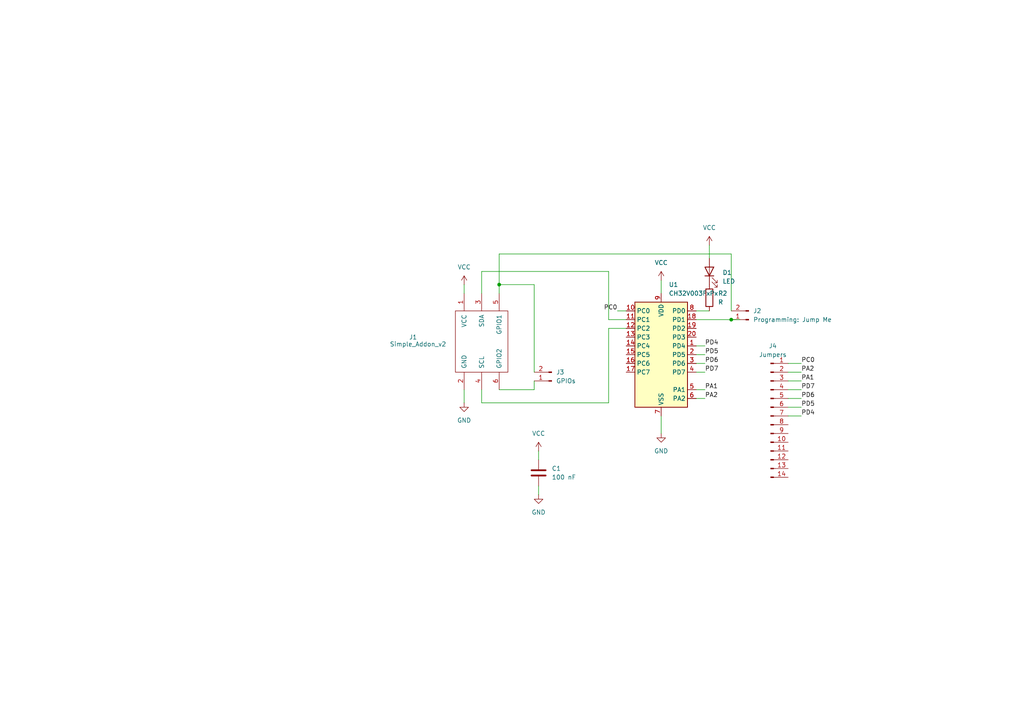
<source format=kicad_sch>
(kicad_sch (version 20231120) (generator "eeschema") (generator_version "8.0")
  (paper "A4")
  (lib_symbols
    (symbol "Connector:Conn_01x02_Pin" (pin_names (offset 1.016) hide)
      (property "Reference" "J" (at 0 2.54 0))
      (property "Value" "Conn_01x02_Pin" (at 0 -5.08 0))
      (symbol "Conn_01x02_Pin_1_1"
        (polyline (pts (xy 1.27 -2.54) (xy 0.8636 -2.54)) (stroke (width 0.1524)))
        (polyline (pts (xy 1.27 0) (xy 0.8636 0)) (stroke (width 0.1524)))
        (rectangle (start 0.8636 -2.413) (end 0 -2.667) (stroke (width 0.1524)) (fill (type outline)))
        (rectangle (start 0.8636 0.127) (end 0 -0.127) (stroke (width 0.1524)) (fill (type outline)))
        (pin passive line (at 5.08 0 180) (length 3.81) (name "Pin_1") (number "1"))
        (pin passive line (at 5.08 -2.54 180) (length 3.81) (name "Pin_2") (number "2"))
      )
    )
    (symbol "Connector:Conn_01x14_Pin" (pin_names (offset 1.016) hide)
      (property "Reference" "J" (at 0 17.78 0))
      (property "Value" "Conn_01x14_Pin" (at 0 -20.32 0))
      (symbol "Conn_01x14_Pin_1_1"
        (polyline (pts (xy 1.27 -17.78) (xy 0.8636 -17.78)) (stroke (width 0.1524)))
        (polyline (pts (xy 1.27 -15.24) (xy 0.8636 -15.24)) (stroke (width 0.1524)))
        (polyline (pts (xy 1.27 -12.7) (xy 0.8636 -12.7)) (stroke (width 0.1524)))
        (polyline (pts (xy 1.27 -10.16) (xy 0.8636 -10.16)) (stroke (width 0.1524)))
        (polyline (pts (xy 1.27 -7.62) (xy 0.8636 -7.62)) (stroke (width 0.1524)))
        (polyline (pts (xy 1.27 -5.08) (xy 0.8636 -5.08)) (stroke (width 0.1524)))
        (polyline (pts (xy 1.27 -2.54) (xy 0.8636 -2.54)) (stroke (width 0.1524)))
        (polyline (pts (xy 1.27 0) (xy 0.8636 0)) (stroke (width 0.1524)))
        (polyline (pts (xy 1.27 2.54) (xy 0.8636 2.54)) (stroke (width 0.1524)))
        (polyline (pts (xy 1.27 5.08) (xy 0.8636 5.08)) (stroke (width 0.1524)))
        (polyline (pts (xy 1.27 7.62) (xy 0.8636 7.62)) (stroke (width 0.1524)))
        (polyline (pts (xy 1.27 10.16) (xy 0.8636 10.16)) (stroke (width 0.1524)))
        (polyline (pts (xy 1.27 12.7) (xy 0.8636 12.7)) (stroke (width 0.1524)))
        (polyline (pts (xy 1.27 15.24) (xy 0.8636 15.24)) (stroke (width 0.1524)))
        (rectangle (start 0.8636 -17.653) (end 0 -17.907) (stroke (width 0.1524)) (fill (type outline)))
        (rectangle (start 0.8636 -15.113) (end 0 -15.367) (stroke (width 0.1524)) (fill (type outline)))
        (rectangle (start 0.8636 -12.573) (end 0 -12.827) (stroke (width 0.1524)) (fill (type outline)))
        (rectangle (start 0.8636 -10.033) (end 0 -10.287) (stroke (width 0.1524)) (fill (type outline)))
        (rectangle (start 0.8636 -7.493) (end 0 -7.747) (stroke (width 0.1524)) (fill (type outline)))
        (rectangle (start 0.8636 -4.953) (end 0 -5.207) (stroke (width 0.1524)) (fill (type outline)))
        (rectangle (start 0.8636 -2.413) (end 0 -2.667) (stroke (width 0.1524)) (fill (type outline)))
        (rectangle (start 0.8636 0.127) (end 0 -0.127) (stroke (width 0.1524)) (fill (type outline)))
        (rectangle (start 0.8636 2.667) (end 0 2.413) (stroke (width 0.1524)) (fill (type outline)))
        (rectangle (start 0.8636 5.207) (end 0 4.953) (stroke (width 0.1524)) (fill (type outline)))
        (rectangle (start 0.8636 7.747) (end 0 7.493) (stroke (width 0.1524)) (fill (type outline)))
        (rectangle (start 0.8636 10.287) (end 0 10.033) (stroke (width 0.1524)) (fill (type outline)))
        (rectangle (start 0.8636 12.827) (end 0 12.573) (stroke (width 0.1524)) (fill (type outline)))
        (rectangle (start 0.8636 15.367) (end 0 15.113) (stroke (width 0.1524)) (fill (type outline)))
        (pin passive line (at 5.08 15.24 180) (length 3.81) (name "Pin_1") (number "1"))
        (pin passive line (at 5.08 -7.62 180) (length 3.81) (name "Pin_10") (number "10"))
        (pin passive line (at 5.08 -10.16 180) (length 3.81) (name "Pin_11") (number "11"))
        (pin passive line (at 5.08 -12.7 180) (length 3.81) (name "Pin_12") (number "12"))
        (pin passive line (at 5.08 -15.24 180) (length 3.81) (name "Pin_13") (number "13"))
        (pin passive line (at 5.08 -17.78 180) (length 3.81) (name "Pin_14") (number "14"))
        (pin passive line (at 5.08 12.7 180) (length 3.81) (name "Pin_2") (number "2"))
        (pin passive line (at 5.08 10.16 180) (length 3.81) (name "Pin_3") (number "3"))
        (pin passive line (at 5.08 7.62 180) (length 3.81) (name "Pin_4") (number "4"))
        (pin passive line (at 5.08 5.08 180) (length 3.81) (name "Pin_5") (number "5"))
        (pin passive line (at 5.08 2.54 180) (length 3.81) (name "Pin_6") (number "6"))
        (pin passive line (at 5.08 0 180) (length 3.81) (name "Pin_7") (number "7"))
        (pin passive line (at 5.08 -2.54 180) (length 3.81) (name "Pin_8") (number "8"))
        (pin passive line (at 5.08 -5.08 180) (length 3.81) (name "Pin_9") (number "9"))
      )
    )
    (symbol "Device:C" (pin_numbers hide) (pin_names (offset 0.254))
      (property "Reference" "C" (at 0.635 2.54 0))
      (property "Value" "C" (at 0.635 -2.54 0))
      (symbol "C_0_1"
        (polyline (pts (xy -2.032 -0.762) (xy 2.032 -0.762)) (stroke (width 0.508)))
        (polyline (pts (xy -2.032 0.762) (xy 2.032 0.762)) (stroke (width 0.508)))
      )
      (symbol "C_1_1"
        (pin passive line (at 0 3.81 270) (length 2.794) (name "~") (number "1"))
        (pin passive line (at 0 -3.81 90) (length 2.794) (name "~") (number "2"))
      )
    )
    (symbol "Device:LED" (pin_numbers hide) (pin_names (offset 1.016) hide)
      (property "Reference" "D" (at 0 2.54 0))
      (property "Value" "LED" (at 0 -2.54 0))
      (symbol "LED_0_1"
        (polyline (pts (xy -1.27 -1.27) (xy -1.27 1.27)) (stroke (width 0.254)))
        (polyline (pts (xy -1.27 0) (xy 1.27 0)))
        (polyline (pts (xy 1.27 -1.27) (xy 1.27 1.27) (xy -1.27 0) (xy 1.27 -1.27)) (stroke (width 0.254)))
        (polyline (pts (xy -3.048 -0.762) (xy -4.572 -2.286) (xy -3.81 -2.286) (xy -4.572 -2.286) (xy -4.572 -1.524)))
        (polyline (pts (xy -1.778 -0.762) (xy -3.302 -2.286) (xy -2.54 -2.286) (xy -3.302 -2.286) (xy -3.302 -1.524)))
      )
      (symbol "LED_1_1"
        (pin passive line (at -3.81 0 0) (length 2.54) (name "K") (number "1"))
        (pin passive line (at 3.81 0 180) (length 2.54) (name "A") (number "2"))
      )
    )
    (symbol "Device:R" (pin_numbers hide) (pin_names (offset 0))
      (property "Reference" "R" (at 2.032 0 90))
      (property "Value" "R" (at 0 0 90))
      (symbol "R_0_1"
        (rectangle (start -1.016 -2.54) (end 1.016 2.54) (stroke (width 0.254)))
      )
      (symbol "R_1_1"
        (pin passive line (at 0 3.81 270) (length 1.27) (name "~") (number "1"))
        (pin passive line (at 0 -3.81 90) (length 1.27) (name "~") (number "2"))
      )
    )
    (symbol "MCU_WCH_CH32V0:CH32V003FxPx"
      (property "Reference" "U" (at -7.62 17.78 0))
      (property "Value" "CH32V003FxPx" (at 7.62 17.78 0))
      (symbol "CH32V003FxPx_1_1"
        (rectangle (start -7.62 15.24) (end 7.62 -15.24) (stroke (width 0.254)) (fill (type background)))
        (pin bidirectional line (at 10.16 2.54 180) (length 2.54) (name "PD4") (number "1"))
        (pin bidirectional line (at -10.16 12.7 0) (length 2.54) (name "PC0") (number "10"))
        (pin bidirectional line (at -10.16 10.16 0) (length 2.54) (name "PC1") (number "11"))
        (pin bidirectional line (at -10.16 7.62 0) (length 2.54) (name "PC2") (number "12"))
        (pin bidirectional line (at -10.16 5.08 0) (length 2.54) (name "PC3") (number "13"))
        (pin bidirectional line (at -10.16 2.54 0) (length 2.54) (name "PC4") (number "14"))
        (pin bidirectional line (at -10.16 0 0) (length 2.54) (name "PC5") (number "15"))
        (pin bidirectional line (at -10.16 -2.54 0) (length 2.54) (name "PC6") (number "16"))
        (pin bidirectional line (at -10.16 -5.08 0) (length 2.54) (name "PC7") (number "17"))
        (pin bidirectional line (at 10.16 10.16 180) (length 2.54) (name "PD1") (number "18"))
        (pin bidirectional line (at 10.16 7.62 180) (length 2.54) (name "PD2") (number "19"))
        (pin bidirectional line (at 10.16 0 180) (length 2.54) (name "PD5") (number "2"))
        (pin bidirectional line (at 10.16 5.08 180) (length 2.54) (name "PD3") (number "20"))
        (pin bidirectional line (at 10.16 -2.54 180) (length 2.54) (name "PD6") (number "3"))
        (pin bidirectional line (at 10.16 -5.08 180) (length 2.54) (name "PD7") (number "4"))
        (pin bidirectional line (at 10.16 -10.16 180) (length 2.54) (name "PA1") (number "5"))
        (pin bidirectional line (at 10.16 -12.7 180) (length 2.54) (name "PA2") (number "6"))
        (pin power_in line (at 0 -17.78 90) (length 2.54) (name "VSS") (number "7"))
        (pin bidirectional line (at 10.16 12.7 180) (length 2.54) (name "PD0") (number "8"))
        (pin power_in line (at 0 17.78 270) (length 2.54) (name "VDD") (number "9"))
      )
    )
    (symbol "power:GND" (power) (pin_numbers hide) (pin_names (offset 0) hide)
      (property "Value" "GND" (at 0 -3.81 0))
      (symbol "GND_0_1"
        (polyline (pts (xy 0 0) (xy 0 -1.27) (xy 1.27 -1.27) (xy 0 -2.54) (xy -1.27 -1.27) (xy 0 -1.27)))
      )
      (symbol "GND_1_1"
        (pin power_in line (at 0 0 270) (length 0) (name "~") (number "1"))
      )
    )
    (symbol "power:VCC" (power) (pin_numbers hide) (pin_names (offset 0) hide)
      (property "Value" "VCC" (at 0 3.556 0))
      (symbol "VCC_0_1"
        (polyline (pts (xy -0.762 1.27) (xy 0 2.54)))
        (polyline (pts (xy 0 0) (xy 0 2.54)))
        (polyline (pts (xy 0 2.54) (xy 0.762 1.27)))
      )
      (symbol "VCC_1_1"
        (pin power_in line (at 0 0 90) (length 0) (name "~") (number "1"))
      )
    )
    (symbol "todbot_stuff:Simple_Addon_v2" (pin_names (offset 1.016))
      (property "Reference" "X" (at 0 0 0))
      (property "Value" "Simple_Addon_v2" (at 0 20.32 0))
      (symbol "Simple_Addon_v2_0_1"
        (rectangle (start -7.62 8.89) (end 7.62 -8.89))
      )
      (symbol "Simple_Addon_v2_1_1"
        (pin input line (at -5.08 13.97 270) (length 5.08) (name "VCC") (number "1"))
        (pin input line (at -5.08 -13.97 90) (length 5.08) (name "GND") (number "2"))
        (pin input line (at 0 13.97 270) (length 5.08) (name "SDA") (number "3"))
        (pin input line (at 0 -13.97 90) (length 5.08) (name "SCL") (number "4"))
        (pin input line (at 5.08 13.97 270) (length 5.08) (name "GPIO1") (number "5"))
        (pin input line (at 5.08 -13.97 90) (length 5.08) (name "GPIO2") (number "6"))
      )
    )
  )
  (junction (at 144.78 82.55))
  (junction (at 212.09 92.71))
  (wire (pts (xy 179.07 90.17) (xy 181.61 90.17)))
  (wire (pts (xy 228.6 115.57) (xy 232.41 115.57)))
  (wire (pts (xy 144.78 82.55) (xy 144.78 85.09)))
  (wire (pts (xy 139.7 85.09) (xy 139.7 78.74)))
  (wire (pts (xy 201.93 113.03) (xy 204.47 113.03)))
  (wire (pts (xy 201.93 100.33) (xy 204.47 100.33)))
  (wire (pts (xy 212.09 73.66) (xy 144.78 73.66)))
  (wire (pts (xy 139.7 78.74) (xy 176.53 78.74)))
  (wire (pts (xy 156.21 130.81) (xy 156.21 133.35)))
  (wire (pts (xy 201.93 115.57) (xy 204.47 115.57)))
  (wire (pts (xy 176.53 78.74) (xy 176.53 92.71)))
  (wire (pts (xy 201.93 107.95) (xy 204.47 107.95)))
  (wire (pts (xy 191.77 81.28) (xy 191.77 85.09)))
  (wire (pts (xy 176.53 92.71) (xy 181.61 92.71)))
  (wire (pts (xy 228.6 105.41) (xy 232.41 105.41)))
  (wire (pts (xy 176.53 95.25) (xy 181.61 95.25)))
  (wire (pts (xy 201.93 102.87) (xy 204.47 102.87)))
  (wire (pts (xy 228.6 118.11) (xy 232.41 118.11)))
  (wire (pts (xy 228.6 107.95) (xy 232.41 107.95)))
  (wire (pts (xy 154.94 82.55) (xy 154.94 107.95)))
  (wire (pts (xy 212.09 92.71) (xy 214.63 92.71)))
  (wire (pts (xy 205.74 71.12) (xy 205.74 74.93)))
  (wire (pts (xy 139.7 113.03) (xy 139.7 116.84)))
  (wire (pts (xy 201.93 90.17) (xy 205.74 90.17)))
  (wire (pts (xy 228.6 120.65) (xy 232.41 120.65)))
  (wire (pts (xy 201.93 105.41) (xy 204.47 105.41)))
  (wire (pts (xy 176.53 116.84) (xy 176.53 95.25)))
  (wire (pts (xy 144.78 73.66) (xy 144.78 82.55)))
  (wire (pts (xy 212.09 90.17) (xy 212.09 73.66)))
  (wire (pts (xy 139.7 116.84) (xy 176.53 116.84)))
  (wire (pts (xy 191.77 120.65) (xy 191.77 125.73)))
  (wire (pts (xy 134.62 113.03) (xy 134.62 116.84)))
  (wire (pts (xy 228.6 113.03) (xy 232.41 113.03)))
  (wire (pts (xy 156.21 140.97) (xy 156.21 143.51)))
  (wire (pts (xy 228.6 110.49) (xy 232.41 110.49)))
  (wire (pts (xy 134.62 82.55) (xy 134.62 85.09)))
  (wire (pts (xy 154.94 110.49) (xy 154.94 113.03)))
  (wire (pts (xy 144.78 113.03) (xy 154.94 113.03)))
  (wire (pts (xy 201.93 92.71) (xy 212.09 92.71)))
  (wire (pts (xy 144.78 82.55) (xy 154.94 82.55)))
  (label "PD5" (at 232.41 118.11 0))
  (label "PD6" (at 232.41 115.57 0))
  (label "PA2" (at 232.41 107.95 0))
  (label "PA1" (at 232.41 110.49 0))
  (label "PA2" (at 204.47 115.57 0))
  (label "PC0" (at 232.41 105.41 0))
  (label "PD7" (at 204.47 107.95 0))
  (label "PA1" (at 204.47 113.03 0))
  (label "PD7" (at 232.41 113.03 0))
  (label "PD4" (at 232.41 120.65 0))
  (label "PD6" (at 204.47 105.41 0))
  (label "PD4" (at 204.47 100.33 0))
  (label "PC0" (at 179.07 90.17 180))
  (label "PD5" (at 204.47 102.87 0))
  (symbol (lib_id "power:VCC") (at 205.74 71.12 0) (unit 1)
    (property "Reference" "#PWR07" (effects (hide yes)))
    (property "Value" "VCC" (at 205.74 66.04 0))
    (property "Description" "Power symbol creates a global label with name \"VCC\"" (effects (hide yes)))
  )
  (symbol (lib_id "Device:R") (at 205.74 86.36 0) (unit 1)
    (property "Reference" "R2" (at 208.28 85.0899 0) (effects (justify left)))
    (property "Value" "R" (at 208.28 87.6299 0) (effects (justify left)))
    (property "Footprint" "Resistor_SMD:R_0603_1608Metric" (effects (hide yes)))
    (property "Description" "Resistor" (effects (hide yes)))
  )
  (symbol (lib_id "power:VCC") (at 134.62 82.55 0) (unit 1)
    (property "Reference" "#PWR01" (effects (hide yes)))
    (property "Value" "VCC" (at 134.62 77.47 0))
    (property "Description" "Power symbol creates a global label with name \"VCC\"" (effects (hide yes)))
  )
  (symbol (lib_id "Device:C") (at 156.21 137.16 0) (unit 1)
    (property "Reference" "C1" (at 160.02 135.8899 0) (effects (justify left)))
    (property "Value" "100 nF" (at 160.02 138.4299 0) (effects (justify left)))
    (property "Footprint" "Capacitor_SMD:C_0603_1608Metric" (effects (hide yes)))
    (property "Description" "Unpolarized capacitor" (effects (hide yes)))
  )
  (symbol (lib_id "Device:LED") (at 205.74 78.74 90) (unit 1)
    (property "Reference" "D1" (at 209.55 79.0574 90) (effects (justify right)))
    (property "Value" "LED" (at 209.55 81.5974 90) (effects (justify right)))
    (property "Footprint" "LED_SMD:LED_0603_1608Metric" (effects (hide yes)))
    (property "Description" "Light emitting diode" (effects (hide yes)))
  )
  (symbol (lib_id "power:GND") (at 156.21 143.51 0) (unit 1)
    (property "Reference" "#PWR04" (effects (hide yes)))
    (property "Value" "GND" (at 156.21 148.59 0))
    (property "Description" "Power symbol creates a global label with name \"GND\" , ground" (effects (hide yes)))
  )
  (symbol (lib_id "MCU_WCH_CH32V0:CH32V003FxPx") (at 191.77 102.87 0) (unit 1)
    (property "Reference" "U1" (at 193.9641 82.55 0) (effects (justify left)))
    (property "Value" "CH32V003FxPx" (at 193.9641 85.09 0) (effects (justify left)))
    (property "Footprint" "Package_SO:TSSOP-20_4.4x6.5mm_P0.65mm" (effects (hide yes)))
    (property "Datasheet" "https://www.wch-ic.com/products/CH32V003.html" (effects (hide yes)))
    (property "Description" "CH32V003 series are industrial-grade general-purpose microcontrollers designed based on 32-bit RISC-V instruction set and architecture. It adopts QingKe V2A core, RV32EC instruction set, and supports 2 levels of interrupt nesting. The series are mounted with rich peripheral interfaces and function modules. Its internal organizational structure meets the low-cost and low-power embedded application scenarios." (effects (hide yes)))
  )
  (symbol (lib_id "todbot_stuff:Simple_Addon_v2") (at 139.7 99.06 0) (unit 1)
    (property "Reference" "J1" (at 118.618 97.79 0) (effects (justify left)))
    (property "Value" "Simple_Addon_v2" (at 113.03 99.822 0) (effects (justify left)))
    (property "Footprint" "Connector_PinHeader_2.54mm:PinHeader_2x03_P2.54mm_Vertical" (effects (hide yes)))
  )
  (symbol (lib_id "Connector:Conn_01x02_Pin") (at 160.02 110.49 180) (unit 1)
    (property "Reference" "J3" (at 161.29 107.9499 0) (effects (justify right)))
    (property "Value" "GPIOs" (at 161.29 110.4899 0) (effects (justify right)))
    (property "Footprint" "Connector_PinHeader_2.54mm:PinHeader_1x02_P2.54mm_Vertical" (effects (hide yes)))
    (property "Description" "Generic connector, single row, 01x02, script generated" (effects (hide yes)))
  )
  (symbol (lib_id "power:VCC") (at 156.21 130.81 0) (unit 1)
    (property "Reference" "#PWR03" (effects (hide yes)))
    (property "Value" "VCC" (at 156.21 125.73 0))
    (property "Description" "Power symbol creates a global label with name \"VCC\"" (effects (hide yes)))
  )
  (symbol (lib_id "power:GND") (at 191.77 125.73 0) (unit 1)
    (property "Reference" "#PWR06" (effects (hide yes)))
    (property "Value" "GND" (at 191.77 130.81 0))
    (property "Description" "Power symbol creates a global label with name \"GND\" , ground" (effects (hide yes)))
  )
  (symbol (lib_id "power:GND") (at 134.62 116.84 0) (unit 1)
    (property "Reference" "#PWR02" (effects (hide yes)))
    (property "Value" "GND" (at 134.62 121.92 0))
    (property "Description" "Power symbol creates a global label with name \"GND\" , ground" (effects (hide yes)))
  )
  (symbol (lib_id "Connector:Conn_01x14_Pin") (at 223.52 120.65 0) (unit 1)
    (property "Reference" "J4" (at 224.155 100.33 0))
    (property "Value" "Jumpers" (at 224.155 102.87 0))
    (property "Footprint" "Connector_PinHeader_2.54mm:PinHeader_1x14_P2.54mm_Vertical" (effects (hide yes)))
    (property "Description" "Generic connector, single row, 01x14, script generated" (effects (hide yes)))
  )
  (symbol (lib_id "Connector:Conn_01x02_Pin") (at 217.17 92.71 180) (unit 1)
    (property "Reference" "J2" (at 218.44 90.1699 0) (effects (justify right)))
    (property "Value" "Programming: Jump Me" (at 218.44 92.7099 0) (effects (justify right)))
    (property "Footprint" "Connector_PinHeader_2.54mm:PinHeader_1x02_P2.54mm_Vertical" (effects (hide yes)))
    (property "Description" "Generic connector, single row, 01x02, script generated" (effects (hide yes)))
  )
  (symbol (lib_id "power:VCC") (at 191.77 81.28 0) (unit 1)
    (property "Reference" "#PWR05" (effects (hide yes)))
    (property "Value" "VCC" (at 191.77 76.2 0))
    (property "Description" "Power symbol creates a global label with name \"VCC\"" (effects (hide yes)))
  )
)
</source>
